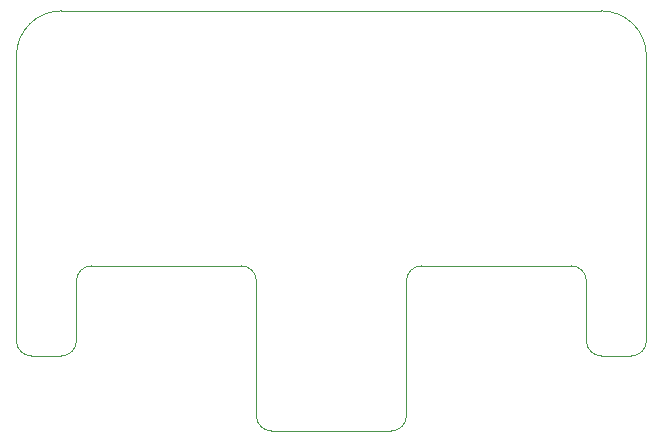
<source format=gm1>
%TF.GenerationSoftware,KiCad,Pcbnew,(6.0.2)*%
%TF.CreationDate,2022-05-14T01:06:10+01:00*%
%TF.ProjectId,mcp_breadboard,6d63705f-6272-4656-9164-626f6172642e,rev?*%
%TF.SameCoordinates,Original*%
%TF.FileFunction,Profile,NP*%
%FSLAX46Y46*%
G04 Gerber Fmt 4.6, Leading zero omitted, Abs format (unit mm)*
G04 Created by KiCad (PCBNEW (6.0.2)) date 2022-05-14 01:06:10*
%MOMM*%
%LPD*%
G01*
G04 APERTURE LIST*
%TA.AperFunction,Profile*%
%ADD10C,0.100000*%
%TD*%
G04 APERTURE END LIST*
D10*
X75400000Y-57620000D02*
G75*
G03*
X76670000Y-56350000I1J1269999D01*
G01*
X72860000Y-57620000D02*
X75400000Y-57620000D01*
X23330000Y-56350000D02*
G75*
G03*
X24600000Y-57620000I1269999J-1D01*
G01*
X23330000Y-32220000D02*
X23330000Y-56350000D01*
X72860000Y-28410000D02*
X27140000Y-28410000D01*
X76670000Y-32220000D02*
G75*
G03*
X72860000Y-28410000I-3809999J1D01*
G01*
X24600000Y-57620000D02*
X27140000Y-57620000D01*
X71590000Y-51270000D02*
X71590000Y-56350000D01*
X71590000Y-51270000D02*
G75*
G03*
X70320000Y-50000000I-1269999J1D01*
G01*
X56349999Y-62699999D02*
X56350000Y-51270000D01*
X57620000Y-50000000D02*
G75*
G03*
X56350000Y-51270000I-1J-1269999D01*
G01*
X27140000Y-28410000D02*
G75*
G03*
X23330000Y-32220000I-1J-3809999D01*
G01*
X43650000Y-51270000D02*
G75*
G03*
X42380000Y-50000000I-1269999J1D01*
G01*
X43650001Y-62699999D02*
G75*
G03*
X44920001Y-63969999I1269999J-1D01*
G01*
X29680000Y-50000000D02*
G75*
G03*
X28410000Y-51270000I-1J-1269999D01*
G01*
X28410000Y-56350000D02*
X28410000Y-51270000D01*
X44920000Y-63970000D02*
X55079999Y-63970000D01*
X43650000Y-51270000D02*
X43650001Y-62699999D01*
X71590000Y-56350000D02*
G75*
G03*
X72860000Y-57620000I1269999J-1D01*
G01*
X76670000Y-56350000D02*
X76670000Y-32220000D01*
X29680000Y-50000000D02*
X42380000Y-50000000D01*
X27140000Y-57620000D02*
G75*
G03*
X28410000Y-56350000I1J1269999D01*
G01*
X57620000Y-50000000D02*
X70320000Y-50000000D01*
X55079999Y-63969999D02*
G75*
G03*
X56349999Y-62699999I1J1269999D01*
G01*
M02*

</source>
